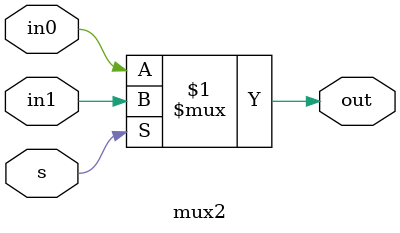
<source format=v>
module mux2 (
input in0, in1,
input s,
output out
);

assign out = s ? in1 : in0;


endmodule 
</source>
